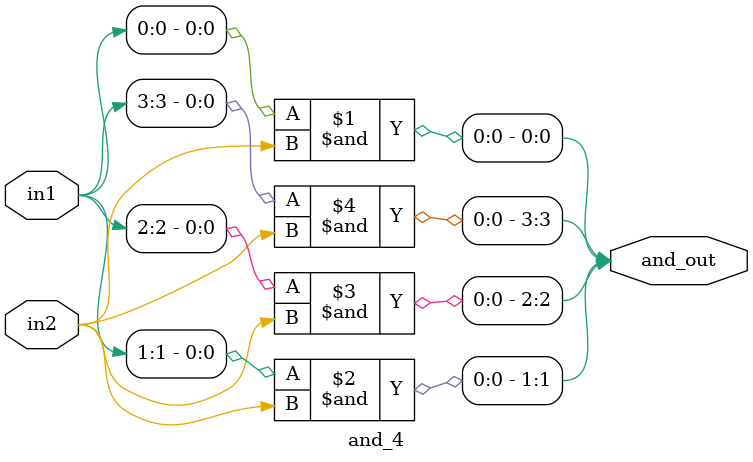
<source format=v>
module and_4(
    input [3:0] in1,
    input in2,
    output [3:0] and_out
);
    and a0(and_out[0], in1[0], in2);
    and a1(and_out[1], in1[1], in2);
    and a2(and_out[2], in1[2], in2);
    and a3(and_out[3], in1[3], in2);
endmodule
</source>
